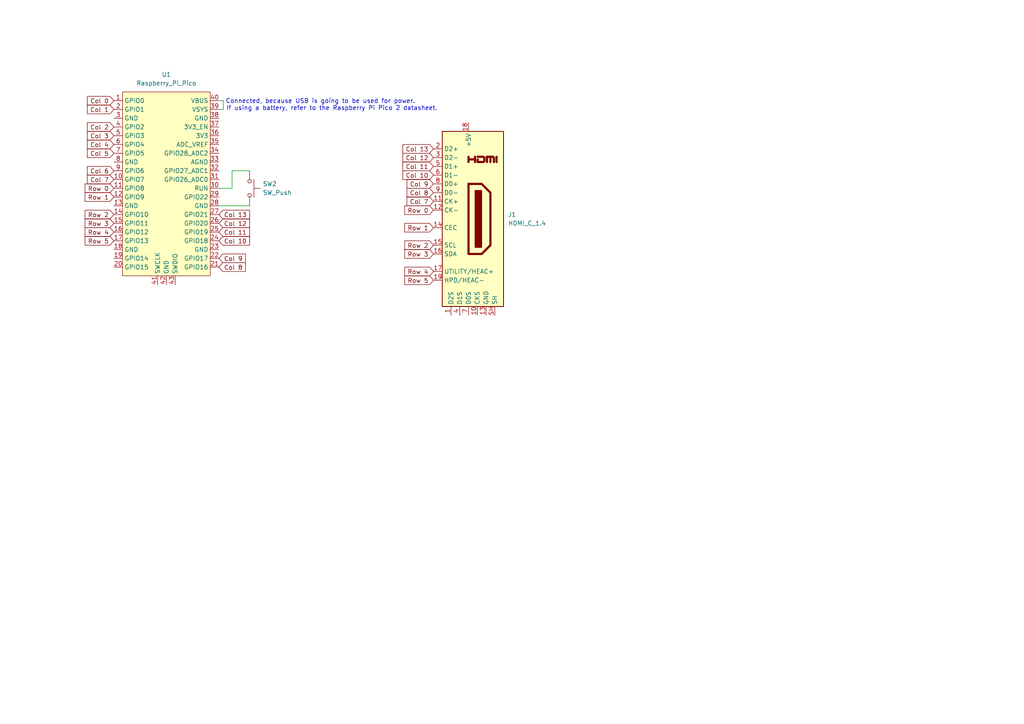
<source format=kicad_sch>
(kicad_sch (version 20250114) (generator "eeschema") (generator_version "9.0")
  (paper "A4")
  (lib_symbols
    (symbol "Connector:HDMI_C_1.4"
      (property "Reference" "J" (at -6.35 26.67 0))
      (property "Value" "HDMI_C_1.4" (at 10.16 26.67 0))
      (symbol "HDMI_C_1.4_0_0"
        (polyline (pts (xy 0 16.51) (xy 0 18.034) (xy 0 17.272) (xy 1.905 17.272) (xy 1.905 18.034) (xy 1.905 16.51)) (stroke (width 0.635)))
        (polyline (pts (xy 2.667 18.034) (xy 4.318 18.034) (xy 4.572 17.78) (xy 4.572 16.764) (xy 4.318 16.51) (xy 2.667 16.51) (xy 2.667 17.272)) (stroke (width 0.635)))
        (polyline (pts (xy 8.128 16.51) (xy 8.128 18.034)) (stroke (width 0.635)))
      )
      (symbol "HDMI_C_1.4_0_1"
        (rectangle (start -7.62 25.4) (end 10.16 -25.4) (stroke (width 0.254)) (fill (type background)))
        (polyline (pts (xy 0 10.16) (xy 3.81 10.16) (xy 6.35 7.62) (xy 6.35 -7.62) (xy 3.81 -10.16) (xy 0 -10.16) (xy 0 10.16)) (stroke (width 0.635)))
        (rectangle (start 1.905 8.255) (end 3.81 -8.255) (stroke (width 0.254)) (fill (type outline)))
        (polyline (pts (xy 5.334 16.51) (xy 5.334 18.034) (xy 6.35 18.034) (xy 6.35 16.51) (xy 6.35 18.034) (xy 7.112 18.034) (xy 7.366 17.78) (xy 7.366 16.51)) (stroke (width 0.635)))
      )
      (symbol "HDMI_C_1.4_1_1"
        (pin passive line (at -10.16 20.32 0) (length 2.54) (name "D2+") (number "2"))
        (pin passive line (at -10.16 17.78 0) (length 2.54) (name "D2-") (number "3"))
        (pin passive line (at -10.16 15.24 0) (length 2.54) (name "D1+") (number "5"))
        (pin passive line (at -10.16 12.7 0) (length 2.54) (name "D1-") (number "6"))
        (pin passive line (at -10.16 10.16 0) (length 2.54) (name "D0+") (number "8"))
        (pin passive line (at -10.16 7.62 0) (length 2.54) (name "D0-") (number "9"))
        (pin passive line (at -10.16 5.08 0) (length 2.54) (name "CK+") (number "11"))
        (pin passive line (at -10.16 2.54 0) (length 2.54) (name "CK-") (number "12"))
        (pin bidirectional line (at -10.16 -2.54 0) (length 2.54) (name "CEC") (number "14"))
        (pin passive line (at -10.16 -7.62 0) (length 2.54) (name "SCL") (number "15"))
        (pin bidirectional line (at -10.16 -10.16 0) (length 2.54) (name "SDA") (number "16"))
        (pin passive line (at -10.16 -15.24 0) (length 2.54) (name "UTILITY/HEAC+") (number "17"))
        (pin passive line (at -10.16 -17.78 0) (length 2.54) (name "HPD/HEAC-") (number "19"))
        (pin power_in line (at -5.08 -27.94 90) (length 2.54) (name "D2S") (number "1"))
        (pin power_in line (at -2.54 -27.94 90) (length 2.54) (name "D1S") (number "4"))
        (pin power_in line (at 0 27.94 270) (length 2.54) (name "+5V") (number "18"))
        (pin power_in line (at 0 -27.94 90) (length 2.54) (name "D0S") (number "7"))
        (pin power_in line (at 2.54 -27.94 90) (length 2.54) (name "CKS") (number "10"))
        (pin power_in line (at 5.08 -27.94 90) (length 2.54) (name "GND") (number "13"))
        (pin passive line (at 7.62 -27.94 90) (length 2.54) (name "SH") (number "SH"))
      )
    )
    (symbol "ScottoKeebs:MCU_Raspberry_Pi_Pico"
      (property "Reference" "U" (at 0 0 0))
      (property "Value" "Raspberry_Pi_Pico" (at 0 27.94 0))
      (symbol "MCU_Raspberry_Pi_Pico_0_1"
        (rectangle (start -12.7 26.67) (end 12.7 -26.67) (fill (type background)))
      )
      (symbol "MCU_Raspberry_Pi_Pico_1_1"
        (pin bidirectional line (at -15.24 24.13 0) (length 2.54) (name "GPIO0") (number "1"))
        (pin bidirectional line (at -15.24 21.59 0) (length 2.54) (name "GPIO1") (number "2"))
        (pin power_in line (at -15.24 19.05 0) (length 2.54) (name "GND") (number "3"))
        (pin bidirectional line (at -15.24 16.51 0) (length 2.54) (name "GPIO2") (number "4"))
        (pin bidirectional line (at -15.24 13.97 0) (length 2.54) (name "GPIO3") (number "5"))
        (pin bidirectional line (at -15.24 11.43 0) (length 2.54) (name "GPIO4") (number "6"))
        (pin bidirectional line (at -15.24 8.89 0) (length 2.54) (name "GPIO5") (number "7"))
        (pin power_in line (at -15.24 6.35 0) (length 2.54) (name "GND") (number "8"))
        (pin bidirectional line (at -15.24 3.81 0) (length 2.54) (name "GPIO6") (number "9"))
        (pin bidirectional line (at -15.24 1.27 0) (length 2.54) (name "GPIO7") (number "10"))
        (pin bidirectional line (at -15.24 -1.27 0) (length 2.54) (name "GPIO8") (number "11"))
        (pin bidirectional line (at -15.24 -3.81 0) (length 2.54) (name "GPIO9") (number "12"))
        (pin power_in line (at -15.24 -6.35 0) (length 2.54) (name "GND") (number "13"))
        (pin bidirectional line (at -15.24 -8.89 0) (length 2.54) (name "GPIO10") (number "14"))
        (pin bidirectional line (at -15.24 -11.43 0) (length 2.54) (name "GPIO11") (number "15"))
        (pin bidirectional line (at -15.24 -13.97 0) (length 2.54) (name "GPIO12") (number "16"))
        (pin bidirectional line (at -15.24 -16.51 0) (length 2.54) (name "GPIO13") (number "17"))
        (pin power_in line (at -15.24 -19.05 0) (length 2.54) (name "GND") (number "18"))
        (pin bidirectional line (at -15.24 -21.59 0) (length 2.54) (name "GPIO14") (number "19"))
        (pin bidirectional line (at -15.24 -24.13 0) (length 2.54) (name "GPIO15") (number "20"))
        (pin input line (at -2.54 -29.21 90) (length 2.54) (name "SWCLK") (number "41"))
        (pin power_in line (at 0 -29.21 90) (length 2.54) (name "GND") (number "42"))
        (pin bidirectional line (at 2.54 -29.21 90) (length 2.54) (name "SWDIO") (number "43"))
        (pin power_in line (at 15.24 24.13 180) (length 2.54) (name "VBUS") (number "40"))
        (pin power_in line (at 15.24 21.59 180) (length 2.54) (name "VSYS") (number "39"))
        (pin bidirectional line (at 15.24 19.05 180) (length 2.54) (name "GND") (number "38"))
        (pin input line (at 15.24 16.51 180) (length 2.54) (name "3V3_EN") (number "37"))
        (pin power_in line (at 15.24 13.97 180) (length 2.54) (name "3V3") (number "36"))
        (pin power_in line (at 15.24 11.43 180) (length 2.54) (name "ADC_VREF") (number "35"))
        (pin bidirectional line (at 15.24 8.89 180) (length 2.54) (name "GPIO28_ADC2") (number "34"))
        (pin power_in line (at 15.24 6.35 180) (length 2.54) (name "AGND") (number "33"))
        (pin bidirectional line (at 15.24 3.81 180) (length 2.54) (name "GPIO27_ADC1") (number "32"))
        (pin bidirectional line (at 15.24 1.27 180) (length 2.54) (name "GPIO26_ADC0") (number "31"))
        (pin input line (at 15.24 -1.27 180) (length 2.54) (name "RUN") (number "30"))
        (pin bidirectional line (at 15.24 -3.81 180) (length 2.54) (name "GPIO22") (number "29"))
        (pin power_in line (at 15.24 -6.35 180) (length 2.54) (name "GND") (number "28"))
        (pin bidirectional line (at 15.24 -8.89 180) (length 2.54) (name "GPIO21") (number "27"))
        (pin bidirectional line (at 15.24 -11.43 180) (length 2.54) (name "GPIO20") (number "26"))
        (pin bidirectional line (at 15.24 -13.97 180) (length 2.54) (name "GPIO19") (number "25"))
        (pin bidirectional line (at 15.24 -16.51 180) (length 2.54) (name "GPIO18") (number "24"))
        (pin power_in line (at 15.24 -19.05 180) (length 2.54) (name "GND") (number "23"))
        (pin bidirectional line (at 15.24 -21.59 180) (length 2.54) (name "GPIO17") (number "22"))
        (pin bidirectional line (at 15.24 -24.13 180) (length 2.54) (name "GPIO16") (number "21"))
      )
    )
    (symbol "Switch:SW_Push" (pin_numbers (hide yes)) (pin_names (offset 1.016) (hide yes))
      (property "Reference" "SW" (at 1.27 2.54 0))
      (property "Value" "SW_Push" (at 0 -1.524 0))
      (symbol "SW_Push_0_1"
        (circle (center -2.032 0) (radius 0.508))
        (polyline (pts (xy 0 1.27) (xy 0 3.048)))
        (circle (center 2.032 0) (radius 0.508))
        (polyline (pts (xy 2.54 1.27) (xy -2.54 1.27)))
        (pin passive line (at -5.08 0 0) (length 2.54) (name "1") (number "1"))
        (pin passive line (at 5.08 0 180) (length 2.54) (name "2") (number "2"))
      )
    )
  )
  (text "If using a battery, refer to the Raspberry Pi Pico 2 datasheet.\n" (at 96.266 31.496 0) (effects (font (size 1.27 1.27))))
  (text "Connected, because USB is going to be used for power." (at 92.964 29.464 0) (effects (font (size 1.27 1.27))))
  (wire (pts (xy 63.5 29.21) (xy 64.77 29.21)))
  (wire (pts (xy 64.77 29.21) (xy 64.77 31.75)))
  (wire (pts (xy 67.31 54.61) (xy 67.31 49.53)))
  (wire (pts (xy 63.5 54.61) (xy 67.31 54.61)))
  (wire (pts (xy 63.5 59.69) (xy 72.39 59.69)))
  (wire (pts (xy 67.31 49.53) (xy 72.39 49.53)))
  (wire (pts (xy 63.5 31.75) (xy 64.77 31.75)))
  (global_label "Row 2" (shape input) (at 125.73 71.12 180) (property "Intersheetrefs" "${INTERSHEET_REFS}" (effects (hide yes))))
  (global_label "Col 11" (shape input) (at 125.73 48.26 180) (property "Intersheetrefs" "${INTERSHEET_REFS}" (effects (hide yes))))
  (global_label "Col 12" (shape input) (at 125.73 45.72 180) (property "Intersheetrefs" "${INTERSHEET_REFS}" (effects (hide yes))))
  (global_label "Col 5" (shape input) (at 33.02 44.45 180) (property "Intersheetrefs" "${INTERSHEET_REFS}" (effects (hide yes))))
  (global_label "Row 4" (shape input) (at 33.02 67.31 180) (property "Intersheetrefs" "${INTERSHEET_REFS}" (effects (hide yes))))
  (global_label "Row 1" (shape input) (at 125.73 66.04 180) (property "Intersheetrefs" "${INTERSHEET_REFS}" (effects (hide yes))))
  (global_label "Col 3" (shape input) (at 33.02 39.37 180) (property "Intersheetrefs" "${INTERSHEET_REFS}" (effects (hide yes))))
  (global_label "Col 12" (shape input) (at 63.5 64.77 0) (property "Intersheetrefs" "${INTERSHEET_REFS}" (effects (hide yes))))
  (global_label "Col 4" (shape input) (at 33.02 41.91 180) (property "Intersheetrefs" "${INTERSHEET_REFS}" (effects (hide yes))))
  (global_label "Row 3" (shape input) (at 125.73 73.66 180) (property "Intersheetrefs" "${INTERSHEET_REFS}" (effects (hide yes))))
  (global_label "Row 1" (shape input) (at 33.02 57.15 180) (property "Intersheetrefs" "${INTERSHEET_REFS}" (effects (hide yes))))
  (global_label "Col 9" (shape input) (at 63.5 74.93 0) (property "Intersheetrefs" "${INTERSHEET_REFS}" (effects (hide yes))))
  (global_label "Col 6" (shape input) (at 33.02 49.53 180) (property "Intersheetrefs" "${INTERSHEET_REFS}" (effects (hide yes))))
  (global_label "Col 7" (shape input) (at 33.02 52.07 180) (property "Intersheetrefs" "${INTERSHEET_REFS}" (effects (hide yes))))
  (global_label "Col 2" (shape input) (at 33.02 36.83 180) (property "Intersheetrefs" "${INTERSHEET_REFS}" (effects (hide yes))))
  (global_label "Col 8" (shape input) (at 63.5 77.47 0) (property "Intersheetrefs" "${INTERSHEET_REFS}" (effects (hide yes))))
  (global_label "Col 8" (shape input) (at 125.73 55.88 180) (property "Intersheetrefs" "${INTERSHEET_REFS}" (effects (hide yes))))
  (global_label "Col 1" (shape input) (at 33.02 31.75 180) (property "Intersheetrefs" "${INTERSHEET_REFS}" (effects (hide yes))))
  (global_label "Col 13" (shape input) (at 125.73 43.18 180) (property "Intersheetrefs" "${INTERSHEET_REFS}" (effects (hide yes))))
  (global_label "Col 11" (shape input) (at 63.5 67.31 0) (property "Intersheetrefs" "${INTERSHEET_REFS}" (effects (hide yes))))
  (global_label "Col 7" (shape input) (at 125.73 58.42 180) (property "Intersheetrefs" "${INTERSHEET_REFS}" (effects (hide yes))))
  (global_label "Row 2" (shape input) (at 33.02 62.23 180) (property "Intersheetrefs" "${INTERSHEET_REFS}" (effects (hide yes))))
  (global_label "Col 10" (shape input) (at 63.5 69.85 0) (property "Intersheetrefs" "${INTERSHEET_REFS}" (effects (hide yes))))
  (global_label "Col 13" (shape input) (at 63.5 62.23 0) (property "Intersheetrefs" "${INTERSHEET_REFS}" (effects (hide yes))))
  (global_label "Row 0" (shape input) (at 33.02 54.61 180) (property "Intersheetrefs" "${INTERSHEET_REFS}" (effects (hide yes))))
  (global_label "Row 4" (shape input) (at 125.73 78.74 180) (property "Intersheetrefs" "${INTERSHEET_REFS}" (effects (hide yes))))
  (global_label "Row 5" (shape input) (at 125.73 81.28 180) (property "Intersheetrefs" "${INTERSHEET_REFS}" (effects (hide yes))))
  (global_label "Col 10" (shape input) (at 125.73 50.8 180) (property "Intersheetrefs" "${INTERSHEET_REFS}" (effects (hide yes))))
  (global_label "Row 0" (shape input) (at 125.73 60.96 180) (property "Intersheetrefs" "${INTERSHEET_REFS}" (effects (hide yes))))
  (global_label "Col 0" (shape input) (at 33.02 29.21 180) (property "Intersheetrefs" "${INTERSHEET_REFS}" (effects (hide yes))))
  (global_label "Col 9" (shape input) (at 125.73 53.34 180) (property "Intersheetrefs" "${INTERSHEET_REFS}" (effects (hide yes))))
  (global_label "Row 3" (shape input) (at 33.02 64.77 180) (property "Intersheetrefs" "${INTERSHEET_REFS}" (effects (hide yes))))
  (global_label "Row 5" (shape input) (at 33.02 69.85 180) (property "Intersheetrefs" "${INTERSHEET_REFS}" (effects (hide yes))))
  (symbol (lib_id "ScottoKeebs:MCU_Raspberry_Pi_Pico") (at 48.26 53.34 0) (unit 1)
    (property "Reference" "U1" (at 48.26 21.59 0))
    (property "Value" "Raspberry_Pi_Pico" (at 48.26 24.13 0))
    (property "Footprint" "ScottoKeebs_MCU:Raspberry_Pi_Pico" (effects (hide yes)))
  )
  (symbol (lib_id "Connector:HDMI_C_1.4") (at 135.89 63.5 0) (unit 1)
    (property "Reference" "J1" (at 147.32 62.2299 0) (effects (justify left)))
    (property "Value" "HDMI_C_1.4" (at 147.32 64.7699 0) (effects (justify left)))
    (property "Footprint" "PCM_685119136923:685119136923" (effects (hide yes)))
    (property "Datasheet" "http://pinoutguide.com/PortableDevices/mini_hdmi_pinout.shtml" (effects (hide yes)))
    (property "Description" "HDMI 1.4+ type C connector" (effects (hide yes)))
  )
  (symbol (lib_id "Switch:SW_Push") (at 72.39 54.61 270) (unit 1)
    (property "Reference" "SW2" (at 76.2 53.3399 90) (effects (justify left)))
    (property "Value" "SW_Push" (at 76.2 55.8799 90) (effects (justify left)))
    (property "Footprint" "Button_Switch_SMD:Panasonic_EVQPUJ_EVQPUA" (effects (hide yes)))
    (property "Description" "Push button switch, generic, two pins" (effects (hide yes)))
  )
  (sheet (at -32.385 0.635) (size 26.035 24.765) (stroke (width 0.1524))
    (property "Sheetname" "matrix" (at -32.385 -0.0766 0) (effects (justify left bottom)))
    (property "Sheetfile" "matrix.kicad_sch" (at -32.385 25.9846 0) (effects (justify left top)))
  )
)
</source>
